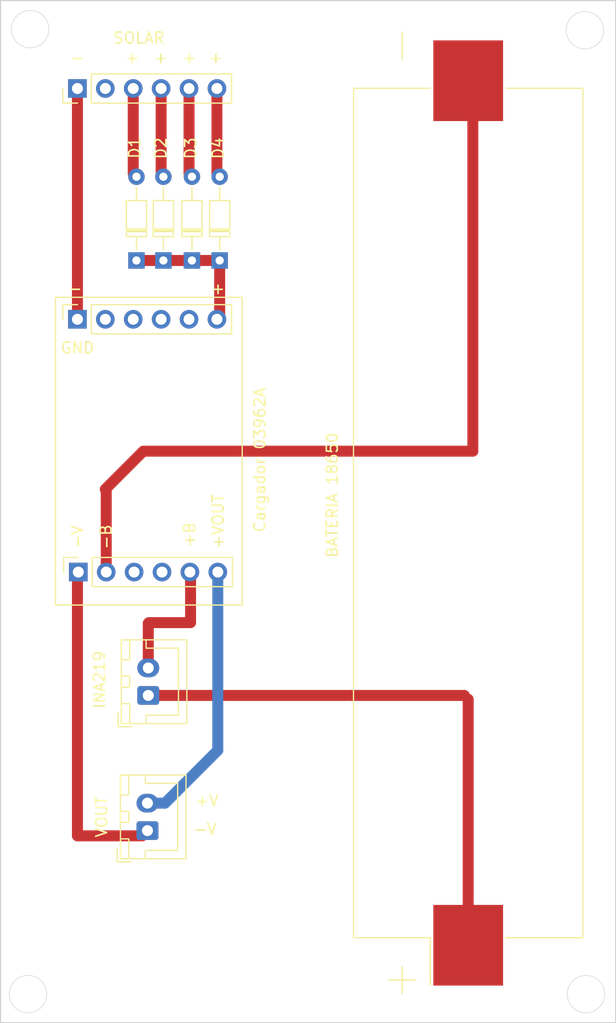
<source format=kicad_pcb>
(kicad_pcb (version 20171130) (host pcbnew "(5.1.10-1-10_14)")

  (general
    (thickness 1.6)
    (drawings 27)
    (tracks 37)
    (zones 0)
    (modules 10)
    (nets 12)
  )

  (page A4)
  (layers
    (0 F.Cu signal)
    (31 B.Cu signal)
    (32 B.Adhes user hide)
    (33 F.Adhes user hide)
    (34 B.Paste user hide)
    (35 F.Paste user hide)
    (36 B.SilkS user)
    (37 F.SilkS user)
    (38 B.Mask user hide)
    (39 F.Mask user hide)
    (40 Dwgs.User user hide)
    (41 Cmts.User user hide)
    (42 Eco1.User user hide)
    (43 Eco2.User user hide)
    (44 Edge.Cuts user)
    (45 Margin user hide)
    (46 B.CrtYd user hide)
    (47 F.CrtYd user)
    (48 B.Fab user hide)
    (49 F.Fab user hide)
  )

  (setup
    (last_trace_width 1)
    (trace_clearance 0.3)
    (zone_clearance 0.508)
    (zone_45_only no)
    (trace_min 0.2)
    (via_size 0.8)
    (via_drill 0.4)
    (via_min_size 0.4)
    (via_min_drill 0.3)
    (uvia_size 0.3)
    (uvia_drill 0.1)
    (uvias_allowed no)
    (uvia_min_size 0.2)
    (uvia_min_drill 0.1)
    (edge_width 0.05)
    (segment_width 0.2)
    (pcb_text_width 0.3)
    (pcb_text_size 1.5 1.5)
    (mod_edge_width 0.12)
    (mod_text_size 1 1)
    (mod_text_width 0.15)
    (pad_size 1.524 1.524)
    (pad_drill 0.762)
    (pad_to_mask_clearance 0)
    (aux_axis_origin 0 0)
    (grid_origin 190.025 77.575)
    (visible_elements FFFFFF7F)
    (pcbplotparams
      (layerselection 0x010fc_ffffffff)
      (usegerberextensions false)
      (usegerberattributes true)
      (usegerberadvancedattributes true)
      (creategerberjobfile true)
      (excludeedgelayer true)
      (linewidth 0.100000)
      (plotframeref false)
      (viasonmask false)
      (mode 1)
      (useauxorigin false)
      (hpglpennumber 1)
      (hpglpenspeed 20)
      (hpglpendiameter 15.000000)
      (psnegative false)
      (psa4output false)
      (plotreference true)
      (plotvalue true)
      (plotinvisibletext false)
      (padsonsilk false)
      (subtractmaskfromsilk false)
      (outputformat 1)
      (mirror false)
      (drillshape 1)
      (scaleselection 1)
      (outputdirectory ""))
  )

  (net 0 "")
  (net 1 "Net-(BT1-Pad1)")
  (net 2 "Net-(BT1-Pad2)")
  (net 3 "Net-(D1-Pad1)")
  (net 4 "Net-(D1-Pad2)")
  (net 5 "Net-(D2-Pad2)")
  (net 6 "Net-(D3-Pad2)")
  (net 7 "Net-(D4-Pad2)")
  (net 8 "Net-(J2-Pad6)")
  (net 9 "Net-(J2-Pad1)")
  (net 10 "Net-(J2-Pad5)")
  (net 11 "Net-(J0-Pad1)")

  (net_class Default "This is the default net class."
    (clearance 0.3)
    (trace_width 1)
    (via_dia 0.8)
    (via_drill 0.4)
    (uvia_dia 0.3)
    (uvia_drill 0.1)
    (add_net "Net-(BT1-Pad1)")
    (add_net "Net-(BT1-Pad2)")
    (add_net "Net-(D1-Pad1)")
    (add_net "Net-(D1-Pad2)")
    (add_net "Net-(D2-Pad2)")
    (add_net "Net-(D3-Pad2)")
    (add_net "Net-(D4-Pad2)")
    (add_net "Net-(J0-Pad1)")
    (add_net "Net-(J2-Pad1)")
    (add_net "Net-(J2-Pad5)")
    (add_net "Net-(J2-Pad6)")
  )

  (net_class PWR ""
    (clearance 0.3)
    (trace_width 0.6)
    (via_dia 0.8)
    (via_drill 0.4)
    (uvia_dia 0.3)
    (uvia_drill 0.1)
  )

  (module Diode_THT:D_DO-34_SOD68_P7.62mm_Horizontal (layer F.Cu) (tedit 5AE50CD5) (tstamp 613E3BB5)
    (at 156.4 87.225 90)
    (descr "Diode, DO-34_SOD68 series, Axial, Horizontal, pin pitch=7.62mm, , length*diameter=3.04*1.6mm^2, , https://www.nxp.com/docs/en/data-sheet/KTY83_SER.pdf")
    (tags "Diode DO-34_SOD68 series Axial Horizontal pin pitch 7.62mm  length 3.04mm diameter 1.6mm")
    (path /613759CE)
    (fp_text reference D1 (at 10.25 -0.175 90) (layer F.SilkS)
      (effects (font (size 1 1) (thickness 0.15)))
    )
    (fp_text value D (at 3.81 1.92 90) (layer F.Fab)
      (effects (font (size 1 1) (thickness 0.15)))
    )
    (fp_line (start 2.29 -0.8) (end 2.29 0.8) (layer F.Fab) (width 0.1))
    (fp_line (start 2.29 0.8) (end 5.33 0.8) (layer F.Fab) (width 0.1))
    (fp_line (start 5.33 0.8) (end 5.33 -0.8) (layer F.Fab) (width 0.1))
    (fp_line (start 5.33 -0.8) (end 2.29 -0.8) (layer F.Fab) (width 0.1))
    (fp_line (start 0 0) (end 2.29 0) (layer F.Fab) (width 0.1))
    (fp_line (start 7.62 0) (end 5.33 0) (layer F.Fab) (width 0.1))
    (fp_line (start 2.746 -0.8) (end 2.746 0.8) (layer F.Fab) (width 0.1))
    (fp_line (start 2.846 -0.8) (end 2.846 0.8) (layer F.Fab) (width 0.1))
    (fp_line (start 2.646 -0.8) (end 2.646 0.8) (layer F.Fab) (width 0.1))
    (fp_line (start 2.17 -0.92) (end 2.17 0.92) (layer F.SilkS) (width 0.12))
    (fp_line (start 2.17 0.92) (end 5.45 0.92) (layer F.SilkS) (width 0.12))
    (fp_line (start 5.45 0.92) (end 5.45 -0.92) (layer F.SilkS) (width 0.12))
    (fp_line (start 5.45 -0.92) (end 2.17 -0.92) (layer F.SilkS) (width 0.12))
    (fp_line (start 0.99 0) (end 2.17 0) (layer F.SilkS) (width 0.12))
    (fp_line (start 6.63 0) (end 5.45 0) (layer F.SilkS) (width 0.12))
    (fp_line (start 2.746 -0.92) (end 2.746 0.92) (layer F.SilkS) (width 0.12))
    (fp_line (start 2.866 -0.92) (end 2.866 0.92) (layer F.SilkS) (width 0.12))
    (fp_line (start 2.626 -0.92) (end 2.626 0.92) (layer F.SilkS) (width 0.12))
    (fp_line (start -1 -1.05) (end -1 1.05) (layer F.CrtYd) (width 0.05))
    (fp_line (start -1 1.05) (end 8.63 1.05) (layer F.CrtYd) (width 0.05))
    (fp_line (start 8.63 1.05) (end 8.63 -1.05) (layer F.CrtYd) (width 0.05))
    (fp_line (start 8.63 -1.05) (end -1 -1.05) (layer F.CrtYd) (width 0.05))
    (fp_text user K (at -1.65 0.025 90) (layer F.SilkS) hide
      (effects (font (size 1 1) (thickness 0.15)))
    )
    (fp_text user K (at 0 -1.75 90) (layer F.Fab) hide
      (effects (font (size 1 1) (thickness 0.15)))
    )
    (fp_text user %R (at 4.038 0 90) (layer F.Fab)
      (effects (font (size 0.608 0.608) (thickness 0.0912)))
    )
    (pad 2 thru_hole oval (at 7.62 0 90) (size 1.5 1.5) (drill 0.75) (layers *.Cu *.Mask)
      (net 4 "Net-(D1-Pad2)"))
    (pad 1 thru_hole rect (at 0 0 90) (size 1.5 1.5) (drill 0.75) (layers *.Cu *.Mask)
      (net 3 "Net-(D1-Pad1)"))
    (model ${KISYS3DMOD}/Diode_THT.3dshapes/D_DO-34_SOD68_P7.62mm_Horizontal.wrl
      (at (xyz 0 0 0))
      (scale (xyz 1 1 1))
      (rotate (xyz 0 0 0))
    )
  )

  (module Connector_PinHeader_2.54mm:PinHeader_1x06_P2.54mm_Vertical (layer F.Cu) (tedit 59FED5CC) (tstamp 613E30A0)
    (at 151.025 71.575 90)
    (descr "Through hole straight pin header, 1x06, 2.54mm pitch, single row")
    (tags "Through hole pin header THT 1x06 2.54mm single row")
    (path /6137D4FE)
    (fp_text reference SOLAR (at 4.6 5.6 180) (layer F.SilkS)
      (effects (font (size 1 1) (thickness 0.15)))
    )
    (fp_text value "IN Solar Power" (at -3.05 6.03 180) (layer F.Fab)
      (effects (font (size 1 1) (thickness 0.15)))
    )
    (fp_line (start 1.8 -1.8) (end -1.8 -1.8) (layer F.CrtYd) (width 0.05))
    (fp_line (start 1.8 14.5) (end 1.8 -1.8) (layer F.CrtYd) (width 0.05))
    (fp_line (start -1.8 14.5) (end 1.8 14.5) (layer F.CrtYd) (width 0.05))
    (fp_line (start -1.8 -1.8) (end -1.8 14.5) (layer F.CrtYd) (width 0.05))
    (fp_line (start -1.33 -1.33) (end 0 -1.33) (layer F.SilkS) (width 0.12))
    (fp_line (start -1.33 0) (end -1.33 -1.33) (layer F.SilkS) (width 0.12))
    (fp_line (start -1.33 1.27) (end 1.33 1.27) (layer F.SilkS) (width 0.12))
    (fp_line (start 1.33 1.27) (end 1.33 14.03) (layer F.SilkS) (width 0.12))
    (fp_line (start -1.33 1.27) (end -1.33 14.03) (layer F.SilkS) (width 0.12))
    (fp_line (start -1.33 14.03) (end 1.33 14.03) (layer F.SilkS) (width 0.12))
    (fp_line (start -1.27 -0.635) (end -0.635 -1.27) (layer F.Fab) (width 0.1))
    (fp_line (start -1.27 13.97) (end -1.27 -0.635) (layer F.Fab) (width 0.1))
    (fp_line (start 1.27 13.97) (end -1.27 13.97) (layer F.Fab) (width 0.1))
    (fp_line (start 1.27 -1.27) (end 1.27 13.97) (layer F.Fab) (width 0.1))
    (fp_line (start -0.635 -1.27) (end 1.27 -1.27) (layer F.Fab) (width 0.1))
    (fp_text user %R (at 0 6.35) (layer F.Fab)
      (effects (font (size 1 1) (thickness 0.15)))
    )
    (pad 1 thru_hole rect (at 0 0 90) (size 1.7 1.7) (drill 1) (layers *.Cu *.Mask)
      (net 11 "Net-(J0-Pad1)"))
    (pad 2 thru_hole oval (at 0 2.54 90) (size 1.7 1.7) (drill 1) (layers *.Cu *.Mask))
    (pad 3 thru_hole oval (at 0 5.08 90) (size 1.7 1.7) (drill 1) (layers *.Cu *.Mask)
      (net 4 "Net-(D1-Pad2)"))
    (pad 4 thru_hole oval (at 0 7.62 90) (size 1.7 1.7) (drill 1) (layers *.Cu *.Mask)
      (net 5 "Net-(D2-Pad2)"))
    (pad 5 thru_hole oval (at 0 10.16 90) (size 1.7 1.7) (drill 1) (layers *.Cu *.Mask)
      (net 6 "Net-(D3-Pad2)"))
    (pad 6 thru_hole oval (at 0 12.7 90) (size 1.7 1.7) (drill 1) (layers *.Cu *.Mask)
      (net 7 "Net-(D4-Pad2)"))
    (model ${KISYS3DMOD}/Connector_PinHeader_2.54mm.3dshapes/PinHeader_1x06_P2.54mm_Vertical.wrl
      (at (xyz 0 0 0))
      (scale (xyz 1 1 1))
      (rotate (xyz 0 0 0))
    )
  )

  (module Connector_PinSocket_2.54mm:PinSocket_1x06_P2.54mm_Vertical (layer F.Cu) (tedit 5A19A430) (tstamp 613E34B5)
    (at 151.025 92.575 90)
    (descr "Through hole straight socket strip, 1x06, 2.54mm pitch, single row (from Kicad 4.0.7), script generated")
    (tags "Through hole socket strip THT 1x06 2.54mm single row")
    (path /61387E67)
    (fp_text reference J1 (at 0 -2.77 90) (layer F.SilkS) hide
      (effects (font (size 1 1) (thickness 0.15)))
    )
    (fp_text value "Cargador 03962A" (at 0.025 15.975 90) (layer F.Fab) hide
      (effects (font (size 1 1) (thickness 0.15)))
    )
    (fp_line (start -1.8 14.45) (end -1.8 -1.8) (layer F.CrtYd) (width 0.05))
    (fp_line (start 1.75 14.45) (end -1.8 14.45) (layer F.CrtYd) (width 0.05))
    (fp_line (start 1.75 -1.8) (end 1.75 14.45) (layer F.CrtYd) (width 0.05))
    (fp_line (start -1.8 -1.8) (end 1.75 -1.8) (layer F.CrtYd) (width 0.05))
    (fp_line (start 0 -1.33) (end 1.33 -1.33) (layer F.SilkS) (width 0.12))
    (fp_line (start 1.33 -1.33) (end 1.33 0) (layer F.SilkS) (width 0.12))
    (fp_line (start 1.33 1.27) (end 1.33 14.03) (layer F.SilkS) (width 0.12))
    (fp_line (start -1.33 14.03) (end 1.33 14.03) (layer F.SilkS) (width 0.12))
    (fp_line (start -1.33 1.27) (end -1.33 14.03) (layer F.SilkS) (width 0.12))
    (fp_line (start -1.33 1.27) (end 1.33 1.27) (layer F.SilkS) (width 0.12))
    (fp_line (start -1.27 13.97) (end -1.27 -1.27) (layer F.Fab) (width 0.1))
    (fp_line (start 1.27 13.97) (end -1.27 13.97) (layer F.Fab) (width 0.1))
    (fp_line (start 1.27 -0.635) (end 1.27 13.97) (layer F.Fab) (width 0.1))
    (fp_line (start 0.635 -1.27) (end 1.27 -0.635) (layer F.Fab) (width 0.1))
    (fp_line (start -1.27 -1.27) (end 0.635 -1.27) (layer F.Fab) (width 0.1))
    (fp_text user %R (at 0.224999 5.474999) (layer F.Fab)
      (effects (font (size 1 1) (thickness 0.15)))
    )
    (pad 1 thru_hole rect (at 0 0 90) (size 1.7 1.7) (drill 1) (layers *.Cu *.Mask)
      (net 11 "Net-(J0-Pad1)"))
    (pad 2 thru_hole oval (at 0 2.54 90) (size 1.7 1.7) (drill 1) (layers *.Cu *.Mask))
    (pad 3 thru_hole oval (at 0 5.08 90) (size 1.7 1.7) (drill 1) (layers *.Cu *.Mask))
    (pad 4 thru_hole oval (at 0 7.62 90) (size 1.7 1.7) (drill 1) (layers *.Cu *.Mask))
    (pad 5 thru_hole oval (at 0 10.16 90) (size 1.7 1.7) (drill 1) (layers *.Cu *.Mask))
    (pad 6 thru_hole oval (at 0 12.7 90) (size 1.7 1.7) (drill 1) (layers *.Cu *.Mask)
      (net 3 "Net-(D1-Pad1)"))
    (model ${KISYS3DMOD}/Connector_PinSocket_2.54mm.3dshapes/PinSocket_1x06_P2.54mm_Vertical.wrl
      (at (xyz 0 0 0))
      (scale (xyz 1 1 1))
      (rotate (xyz 0 0 0))
    )
  )

  (module Connector_PinSocket_2.54mm:PinSocket_1x06_P2.54mm_Vertical (layer F.Cu) (tedit 5A19A430) (tstamp 613E311D)
    (at 151.105 115.575 90)
    (descr "Through hole straight socket strip, 1x06, 2.54mm pitch, single row (from Kicad 4.0.7), script generated")
    (tags "Through hole socket strip THT 1x06 2.54mm single row")
    (path /61393C13)
    (fp_text reference J2 (at 0 -2.77 90) (layer F.SilkS) hide
      (effects (font (size 1 1) (thickness 0.15)))
    )
    (fp_text value "Cargador 03962A" (at 14 6 180) (layer F.Fab)
      (effects (font (size 1 1) (thickness 0.15)))
    )
    (fp_line (start -1.27 -1.27) (end 0.635 -1.27) (layer F.Fab) (width 0.1))
    (fp_line (start 0.635 -1.27) (end 1.27 -0.635) (layer F.Fab) (width 0.1))
    (fp_line (start 1.27 -0.635) (end 1.27 13.97) (layer F.Fab) (width 0.1))
    (fp_line (start 1.27 13.97) (end -1.27 13.97) (layer F.Fab) (width 0.1))
    (fp_line (start -1.27 13.97) (end -1.27 -1.27) (layer F.Fab) (width 0.1))
    (fp_line (start -1.33 1.27) (end 1.33 1.27) (layer F.SilkS) (width 0.12))
    (fp_line (start -1.33 1.27) (end -1.33 14.03) (layer F.SilkS) (width 0.12))
    (fp_line (start -1.33 14.03) (end 1.33 14.03) (layer F.SilkS) (width 0.12))
    (fp_line (start 1.33 1.27) (end 1.33 14.03) (layer F.SilkS) (width 0.12))
    (fp_line (start 1.33 -1.33) (end 1.33 0) (layer F.SilkS) (width 0.12))
    (fp_line (start 0 -1.33) (end 1.33 -1.33) (layer F.SilkS) (width 0.12))
    (fp_line (start -1.8 -1.8) (end 1.75 -1.8) (layer F.CrtYd) (width 0.05))
    (fp_line (start 1.75 -1.8) (end 1.75 14.45) (layer F.CrtYd) (width 0.05))
    (fp_line (start 1.75 14.45) (end -1.8 14.45) (layer F.CrtYd) (width 0.05))
    (fp_line (start -1.8 14.45) (end -1.8 -1.8) (layer F.CrtYd) (width 0.05))
    (fp_text user %R (at 0 6.35 90) (layer F.Fab)
      (effects (font (size 1 1) (thickness 0.15)))
    )
    (pad 6 thru_hole oval (at 0 12.7 90) (size 1.7 1.7) (drill 1) (layers *.Cu *.Mask)
      (net 8 "Net-(J2-Pad6)"))
    (pad 5 thru_hole oval (at 0 10.16 90) (size 1.7 1.7) (drill 1) (layers *.Cu *.Mask)
      (net 10 "Net-(J2-Pad5)"))
    (pad 4 thru_hole oval (at 0 7.62 90) (size 1.7 1.7) (drill 1) (layers *.Cu *.Mask))
    (pad 3 thru_hole oval (at 0 5.08 90) (size 1.7 1.7) (drill 1) (layers *.Cu *.Mask))
    (pad 2 thru_hole oval (at 0 2.54 90) (size 1.7 1.7) (drill 1) (layers *.Cu *.Mask)
      (net 2 "Net-(BT1-Pad2)"))
    (pad 1 thru_hole rect (at 0 0 90) (size 1.7 1.7) (drill 1) (layers *.Cu *.Mask)
      (net 9 "Net-(J2-Pad1)"))
    (model ${KISYS3DMOD}/Connector_PinSocket_2.54mm.3dshapes/PinSocket_1x06_P2.54mm_Vertical.wrl
      (at (xyz 0 0 0))
      (scale (xyz 1 1 1))
      (rotate (xyz 0 0 0))
    )
  )

  (module Connector_JST:JST_XH_B2B-XH-A_1x02_P2.50mm_Vertical (layer F.Cu) (tedit 5C28146C) (tstamp 613E3146)
    (at 157.475 126.8 90)
    (descr "JST XH series connector, B2B-XH-A (http://www.jst-mfg.com/product/pdf/eng/eXH.pdf), generated with kicad-footprint-generator")
    (tags "connector JST XH vertical")
    (path /613A34F3)
    (fp_text reference INA219 (at 1.425 -4.45 90) (layer F.SilkS)
      (effects (font (size 1 1) (thickness 0.15)))
    )
    (fp_text value INA219 (at 1.225 6.1 90) (layer F.Fab)
      (effects (font (size 1 1) (thickness 0.15)))
    )
    (fp_line (start -2.45 -2.35) (end -2.45 3.4) (layer F.Fab) (width 0.1))
    (fp_line (start -2.45 3.4) (end 4.95 3.4) (layer F.Fab) (width 0.1))
    (fp_line (start 4.95 3.4) (end 4.95 -2.35) (layer F.Fab) (width 0.1))
    (fp_line (start 4.95 -2.35) (end -2.45 -2.35) (layer F.Fab) (width 0.1))
    (fp_line (start -2.56 -2.46) (end -2.56 3.51) (layer F.SilkS) (width 0.12))
    (fp_line (start -2.56 3.51) (end 5.06 3.51) (layer F.SilkS) (width 0.12))
    (fp_line (start 5.06 3.51) (end 5.06 -2.46) (layer F.SilkS) (width 0.12))
    (fp_line (start 5.06 -2.46) (end -2.56 -2.46) (layer F.SilkS) (width 0.12))
    (fp_line (start -2.95 -2.85) (end -2.95 3.9) (layer F.CrtYd) (width 0.05))
    (fp_line (start -2.95 3.9) (end 5.45 3.9) (layer F.CrtYd) (width 0.05))
    (fp_line (start 5.45 3.9) (end 5.45 -2.85) (layer F.CrtYd) (width 0.05))
    (fp_line (start 5.45 -2.85) (end -2.95 -2.85) (layer F.CrtYd) (width 0.05))
    (fp_line (start -0.625 -2.35) (end 0 -1.35) (layer F.Fab) (width 0.1))
    (fp_line (start 0 -1.35) (end 0.625 -2.35) (layer F.Fab) (width 0.1))
    (fp_line (start 0.75 -2.45) (end 0.75 -1.7) (layer F.SilkS) (width 0.12))
    (fp_line (start 0.75 -1.7) (end 1.75 -1.7) (layer F.SilkS) (width 0.12))
    (fp_line (start 1.75 -1.7) (end 1.75 -2.45) (layer F.SilkS) (width 0.12))
    (fp_line (start 1.75 -2.45) (end 0.75 -2.45) (layer F.SilkS) (width 0.12))
    (fp_line (start -2.55 -2.45) (end -2.55 -1.7) (layer F.SilkS) (width 0.12))
    (fp_line (start -2.55 -1.7) (end -0.75 -1.7) (layer F.SilkS) (width 0.12))
    (fp_line (start -0.75 -1.7) (end -0.75 -2.45) (layer F.SilkS) (width 0.12))
    (fp_line (start -0.75 -2.45) (end -2.55 -2.45) (layer F.SilkS) (width 0.12))
    (fp_line (start 3.25 -2.45) (end 3.25 -1.7) (layer F.SilkS) (width 0.12))
    (fp_line (start 3.25 -1.7) (end 5.05 -1.7) (layer F.SilkS) (width 0.12))
    (fp_line (start 5.05 -1.7) (end 5.05 -2.45) (layer F.SilkS) (width 0.12))
    (fp_line (start 5.05 -2.45) (end 3.25 -2.45) (layer F.SilkS) (width 0.12))
    (fp_line (start -2.55 -0.2) (end -1.8 -0.2) (layer F.SilkS) (width 0.12))
    (fp_line (start -1.8 -0.2) (end -1.8 2.75) (layer F.SilkS) (width 0.12))
    (fp_line (start -1.8 2.75) (end 1.25 2.75) (layer F.SilkS) (width 0.12))
    (fp_line (start 5.05 -0.2) (end 4.3 -0.2) (layer F.SilkS) (width 0.12))
    (fp_line (start 4.3 -0.2) (end 4.3 2.75) (layer F.SilkS) (width 0.12))
    (fp_line (start 4.3 2.75) (end 1.25 2.75) (layer F.SilkS) (width 0.12))
    (fp_line (start -1.6 -2.75) (end -2.85 -2.75) (layer F.SilkS) (width 0.12))
    (fp_line (start -2.85 -2.75) (end -2.85 -1.5) (layer F.SilkS) (width 0.12))
    (fp_text user %R (at 1.25 2.7) (layer F.Fab)
      (effects (font (size 1 1) (thickness 0.15)))
    )
    (pad 2 thru_hole oval (at 2.5 0 90) (size 1.7 2) (drill 1) (layers *.Cu *.Mask)
      (net 10 "Net-(J2-Pad5)"))
    (pad 1 thru_hole roundrect (at 0 0 90) (size 1.7 2) (drill 1) (layers *.Cu *.Mask) (roundrect_rratio 0.147059)
      (net 1 "Net-(BT1-Pad1)"))
    (model ${KISYS3DMOD}/Connector_JST.3dshapes/JST_XH_B2B-XH-A_1x02_P2.50mm_Vertical.wrl
      (at (xyz 0 0 0))
      (scale (xyz 1 1 1))
      (rotate (xyz 0 0 0))
    )
  )

  (module Diode_THT:D_DO-34_SOD68_P7.62mm_Horizontal (layer F.Cu) (tedit 5AE50CD5) (tstamp 613DEB33)
    (at 158.85 87.225 90)
    (descr "Diode, DO-34_SOD68 series, Axial, Horizontal, pin pitch=7.62mm, , length*diameter=3.04*1.6mm^2, , https://www.nxp.com/docs/en/data-sheet/KTY83_SER.pdf")
    (tags "Diode DO-34_SOD68 series Axial Horizontal pin pitch 7.62mm  length 3.04mm diameter 1.6mm")
    (path /61376E9E)
    (fp_text reference D2 (at 10.21 -0.225 90) (layer F.SilkS)
      (effects (font (size 1 1) (thickness 0.15)))
    )
    (fp_text value D (at 3.81 1.92 90) (layer F.Fab)
      (effects (font (size 1 1) (thickness 0.15)))
    )
    (fp_line (start 8.63 -1.05) (end -1 -1.05) (layer F.CrtYd) (width 0.05))
    (fp_line (start 8.63 1.05) (end 8.63 -1.05) (layer F.CrtYd) (width 0.05))
    (fp_line (start -1 1.05) (end 8.63 1.05) (layer F.CrtYd) (width 0.05))
    (fp_line (start -1 -1.05) (end -1 1.05) (layer F.CrtYd) (width 0.05))
    (fp_line (start 2.626 -0.92) (end 2.626 0.92) (layer F.SilkS) (width 0.12))
    (fp_line (start 2.866 -0.92) (end 2.866 0.92) (layer F.SilkS) (width 0.12))
    (fp_line (start 2.746 -0.92) (end 2.746 0.92) (layer F.SilkS) (width 0.12))
    (fp_line (start 6.63 0) (end 5.45 0) (layer F.SilkS) (width 0.12))
    (fp_line (start 0.99 0) (end 2.17 0) (layer F.SilkS) (width 0.12))
    (fp_line (start 5.45 -0.92) (end 2.17 -0.92) (layer F.SilkS) (width 0.12))
    (fp_line (start 5.45 0.92) (end 5.45 -0.92) (layer F.SilkS) (width 0.12))
    (fp_line (start 2.17 0.92) (end 5.45 0.92) (layer F.SilkS) (width 0.12))
    (fp_line (start 2.17 -0.92) (end 2.17 0.92) (layer F.SilkS) (width 0.12))
    (fp_line (start 2.646 -0.8) (end 2.646 0.8) (layer F.Fab) (width 0.1))
    (fp_line (start 2.846 -0.8) (end 2.846 0.8) (layer F.Fab) (width 0.1))
    (fp_line (start 2.746 -0.8) (end 2.746 0.8) (layer F.Fab) (width 0.1))
    (fp_line (start 7.62 0) (end 5.33 0) (layer F.Fab) (width 0.1))
    (fp_line (start 0 0) (end 2.29 0) (layer F.Fab) (width 0.1))
    (fp_line (start 5.33 -0.8) (end 2.29 -0.8) (layer F.Fab) (width 0.1))
    (fp_line (start 5.33 0.8) (end 5.33 -0.8) (layer F.Fab) (width 0.1))
    (fp_line (start 2.29 0.8) (end 5.33 0.8) (layer F.Fab) (width 0.1))
    (fp_line (start 2.29 -0.8) (end 2.29 0.8) (layer F.Fab) (width 0.1))
    (fp_text user %R (at 4.038 0 90) (layer F.Fab)
      (effects (font (size 0.608 0.608) (thickness 0.0912)))
    )
    (fp_text user K (at -1.65 0.075 90) (layer F.Fab) hide
      (effects (font (size 1 1) (thickness 0.15)))
    )
    (fp_text user K (at -2.55 0.075 90) (layer F.SilkS) hide
      (effects (font (size 1 1) (thickness 0.15)))
    )
    (pad 1 thru_hole rect (at 0 0 90) (size 1.5 1.5) (drill 0.75) (layers *.Cu *.Mask)
      (net 3 "Net-(D1-Pad1)"))
    (pad 2 thru_hole oval (at 7.62 0 90) (size 1.5 1.5) (drill 0.75) (layers *.Cu *.Mask)
      (net 5 "Net-(D2-Pad2)"))
    (model ${KISYS3DMOD}/Diode_THT.3dshapes/D_DO-34_SOD68_P7.62mm_Horizontal.wrl
      (at (xyz 0 0 0))
      (scale (xyz 1 1 1))
      (rotate (xyz 0 0 0))
    )
  )

  (module Diode_THT:D_DO-34_SOD68_P7.62mm_Horizontal (layer F.Cu) (tedit 5AE50CD5) (tstamp 613DEB51)
    (at 161.45 87.225 90)
    (descr "Diode, DO-34_SOD68 series, Axial, Horizontal, pin pitch=7.62mm, , length*diameter=3.04*1.6mm^2, , https://www.nxp.com/docs/en/data-sheet/KTY83_SER.pdf")
    (tags "Diode DO-34_SOD68 series Axial Horizontal pin pitch 7.62mm  length 3.04mm diameter 1.6mm")
    (path /613780AD)
    (fp_text reference D3 (at 10.21 -0.125 90) (layer F.SilkS)
      (effects (font (size 1 1) (thickness 0.15)))
    )
    (fp_text value D (at 3.81 1.92 90) (layer F.Fab)
      (effects (font (size 1 1) (thickness 0.15)))
    )
    (fp_line (start 2.29 -0.8) (end 2.29 0.8) (layer F.Fab) (width 0.1))
    (fp_line (start 2.29 0.8) (end 5.33 0.8) (layer F.Fab) (width 0.1))
    (fp_line (start 5.33 0.8) (end 5.33 -0.8) (layer F.Fab) (width 0.1))
    (fp_line (start 5.33 -0.8) (end 2.29 -0.8) (layer F.Fab) (width 0.1))
    (fp_line (start 0 0) (end 2.29 0) (layer F.Fab) (width 0.1))
    (fp_line (start 7.62 0) (end 5.33 0) (layer F.Fab) (width 0.1))
    (fp_line (start 2.746 -0.8) (end 2.746 0.8) (layer F.Fab) (width 0.1))
    (fp_line (start 2.846 -0.8) (end 2.846 0.8) (layer F.Fab) (width 0.1))
    (fp_line (start 2.646 -0.8) (end 2.646 0.8) (layer F.Fab) (width 0.1))
    (fp_line (start 2.17 -0.92) (end 2.17 0.92) (layer F.SilkS) (width 0.12))
    (fp_line (start 2.17 0.92) (end 5.45 0.92) (layer F.SilkS) (width 0.12))
    (fp_line (start 5.45 0.92) (end 5.45 -0.92) (layer F.SilkS) (width 0.12))
    (fp_line (start 5.45 -0.92) (end 2.17 -0.92) (layer F.SilkS) (width 0.12))
    (fp_line (start 0.99 0) (end 2.17 0) (layer F.SilkS) (width 0.12))
    (fp_line (start 6.63 0) (end 5.45 0) (layer F.SilkS) (width 0.12))
    (fp_line (start 2.746 -0.92) (end 2.746 0.92) (layer F.SilkS) (width 0.12))
    (fp_line (start 2.866 -0.92) (end 2.866 0.92) (layer F.SilkS) (width 0.12))
    (fp_line (start 2.626 -0.92) (end 2.626 0.92) (layer F.SilkS) (width 0.12))
    (fp_line (start -1 -1.05) (end -1 1.05) (layer F.CrtYd) (width 0.05))
    (fp_line (start -1 1.05) (end 8.63 1.05) (layer F.CrtYd) (width 0.05))
    (fp_line (start 8.63 1.05) (end 8.63 -1.05) (layer F.CrtYd) (width 0.05))
    (fp_line (start 8.63 -1.05) (end -1 -1.05) (layer F.CrtYd) (width 0.05))
    (fp_text user K (at -1.55 0.075 90) (layer F.SilkS) hide
      (effects (font (size 1 1) (thickness 0.15)))
    )
    (fp_text user K (at 0 -1.75 90) (layer F.Fab)
      (effects (font (size 1 1) (thickness 0.15)))
    )
    (fp_text user %R (at 4.038 0 90) (layer F.Fab)
      (effects (font (size 0.608 0.608) (thickness 0.0912)))
    )
    (pad 2 thru_hole oval (at 7.62 0 90) (size 1.5 1.5) (drill 0.75) (layers *.Cu *.Mask)
      (net 6 "Net-(D3-Pad2)"))
    (pad 1 thru_hole rect (at 0 0 90) (size 1.5 1.5) (drill 0.75) (layers *.Cu *.Mask)
      (net 3 "Net-(D1-Pad1)"))
    (model ${KISYS3DMOD}/Diode_THT.3dshapes/D_DO-34_SOD68_P7.62mm_Horizontal.wrl
      (at (xyz 0 0 0))
      (scale (xyz 1 1 1))
      (rotate (xyz 0 0 0))
    )
  )

  (module Diode_THT:D_DO-34_SOD68_P7.62mm_Horizontal (layer F.Cu) (tedit 5AE50CD5) (tstamp 613DEB6F)
    (at 163.975 87.225 90)
    (descr "Diode, DO-34_SOD68 series, Axial, Horizontal, pin pitch=7.62mm, , length*diameter=3.04*1.6mm^2, , https://www.nxp.com/docs/en/data-sheet/KTY83_SER.pdf")
    (tags "Diode DO-34_SOD68 series Axial Horizontal pin pitch 7.62mm  length 3.04mm diameter 1.6mm")
    (path /61378E75)
    (fp_text reference D4 (at 10.21 -0.15 90) (layer F.SilkS)
      (effects (font (size 1 1) (thickness 0.15)))
    )
    (fp_text value D (at 3.81 1.92 90) (layer F.Fab)
      (effects (font (size 1 1) (thickness 0.15)))
    )
    (fp_line (start 8.63 -1.05) (end -1 -1.05) (layer F.CrtYd) (width 0.05))
    (fp_line (start 8.63 1.05) (end 8.63 -1.05) (layer F.CrtYd) (width 0.05))
    (fp_line (start -1 1.05) (end 8.63 1.05) (layer F.CrtYd) (width 0.05))
    (fp_line (start -1 -1.05) (end -1 1.05) (layer F.CrtYd) (width 0.05))
    (fp_line (start 2.626 -0.92) (end 2.626 0.92) (layer F.SilkS) (width 0.12))
    (fp_line (start 2.866 -0.92) (end 2.866 0.92) (layer F.SilkS) (width 0.12))
    (fp_line (start 2.746 -0.92) (end 2.746 0.92) (layer F.SilkS) (width 0.12))
    (fp_line (start 6.63 0) (end 5.45 0) (layer F.SilkS) (width 0.12))
    (fp_line (start 0.99 0) (end 2.17 0) (layer F.SilkS) (width 0.12))
    (fp_line (start 5.45 -0.92) (end 2.17 -0.92) (layer F.SilkS) (width 0.12))
    (fp_line (start 5.45 0.92) (end 5.45 -0.92) (layer F.SilkS) (width 0.12))
    (fp_line (start 2.17 0.92) (end 5.45 0.92) (layer F.SilkS) (width 0.12))
    (fp_line (start 2.17 -0.92) (end 2.17 0.92) (layer F.SilkS) (width 0.12))
    (fp_line (start 2.646 -0.8) (end 2.646 0.8) (layer F.Fab) (width 0.1))
    (fp_line (start 2.846 -0.8) (end 2.846 0.8) (layer F.Fab) (width 0.1))
    (fp_line (start 2.746 -0.8) (end 2.746 0.8) (layer F.Fab) (width 0.1))
    (fp_line (start 7.62 0) (end 5.33 0) (layer F.Fab) (width 0.1))
    (fp_line (start 0 0) (end 2.29 0) (layer F.Fab) (width 0.1))
    (fp_line (start 5.33 -0.8) (end 2.29 -0.8) (layer F.Fab) (width 0.1))
    (fp_line (start 5.33 0.8) (end 5.33 -0.8) (layer F.Fab) (width 0.1))
    (fp_line (start 2.29 0.8) (end 5.33 0.8) (layer F.Fab) (width 0.1))
    (fp_line (start 2.29 -0.8) (end 2.29 0.8) (layer F.Fab) (width 0.1))
    (fp_text user %R (at 4.038 0 90) (layer F.Fab)
      (effects (font (size 0.608 0.608) (thickness 0.0912)))
    )
    (fp_text user K (at -1.65 1.25 90) (layer F.Fab) hide
      (effects (font (size 1 1) (thickness 0.15)))
    )
    (fp_text user K (at -1.65 -0.95 90) (layer F.SilkS) hide
      (effects (font (size 1 1) (thickness 0.15)))
    )
    (pad 1 thru_hole rect (at 0 0 90) (size 1.5 1.5) (drill 0.75) (layers *.Cu *.Mask)
      (net 3 "Net-(D1-Pad1)"))
    (pad 2 thru_hole oval (at 7.62 0 90) (size 1.5 1.5) (drill 0.75) (layers *.Cu *.Mask)
      (net 7 "Net-(D4-Pad2)"))
    (model ${KISYS3DMOD}/Diode_THT.3dshapes/D_DO-34_SOD68_P7.62mm_Horizontal.wrl
      (at (xyz 0 0 0))
      (scale (xyz 1 1 1))
      (rotate (xyz 0 0 0))
    )
  )

  (module Battery:BatteryHolder_Keystone_1042_1x18650 (layer F.Cu) (tedit 5A033499) (tstamp 613E7266)
    (at 186.6 110.2 90)
    (descr "Battery holder for 18650 cylindrical cells http://www.keyelco.com/product.cfm/product_id/918")
    (tags "18650 Keystone 1042 Li-ion")
    (path /61397853)
    (attr smd)
    (fp_text reference "BATERIA 18650" (at 1.625 -12.375 90) (layer F.SilkS)
      (effects (font (size 1 1) (thickness 0.15)))
    )
    (fp_text value Battery (at 0.15 2.2 90) (layer F.Fab)
      (effects (font (size 1 1) (thickness 0.15)))
    )
    (fp_line (start -42.5 -4.75) (end -42.5 -7.25) (layer F.SilkS) (width 0.12))
    (fp_line (start -43.75 -6) (end -41.25 -6) (layer F.SilkS) (width 0.12))
    (fp_line (start -39.03 3.68) (end -43.5 3.68) (layer F.CrtYd) (width 0.05))
    (fp_line (start -43.5 3.68) (end -43.5 -3.68) (layer F.CrtYd) (width 0.05))
    (fp_line (start -43.5 -3.68) (end -39.03 -3.68) (layer F.CrtYd) (width 0.05))
    (fp_line (start 43.5 -3.68) (end 39.03 -3.68) (layer F.CrtYd) (width 0.05))
    (fp_line (start 39.03 3.68) (end 43.5 3.68) (layer F.CrtYd) (width 0.05))
    (fp_line (start -39.03 -10.83) (end -39.03 -3.68) (layer F.CrtYd) (width 0.05))
    (fp_line (start -39.03 10.83) (end -39.03 3.68) (layer F.CrtYd) (width 0.05))
    (fp_line (start 39.03 -10.83) (end 39.03 -3.68) (layer F.CrtYd) (width 0.05))
    (fp_line (start -39.03 -10.83) (end 39.03 -10.83) (layer F.CrtYd) (width 0.05))
    (fp_line (start -39.03 10.83) (end 39.03 10.83) (layer F.CrtYd) (width 0.05))
    (fp_line (start 38.53 -10.33) (end 38.53 10.33) (layer F.Fab) (width 0.1))
    (fp_line (start -33.3675 -10.33) (end 38.53 -10.33) (layer F.Fab) (width 0.1))
    (fp_line (start 43.75 -6) (end 41.25 -6) (layer F.SilkS) (width 0.12))
    (fp_line (start -38.53 -5.1675) (end -38.53 10.33) (layer F.Fab) (width 0.1))
    (fp_line (start -38.53 10.33) (end 38.53 10.33) (layer F.Fab) (width 0.1))
    (fp_line (start 38.64 -3.44) (end 38.64 -10.42) (layer F.SilkS) (width 0.12))
    (fp_line (start 38.64 -10.44) (end -38.64 -10.44) (layer F.SilkS) (width 0.12))
    (fp_line (start -38.64 -10.44) (end -38.64 -3.44) (layer F.SilkS) (width 0.12))
    (fp_line (start 38.64 3.44) (end 38.64 10.44) (layer F.SilkS) (width 0.12))
    (fp_line (start 38.64 10.44) (end -38.64 10.44) (layer F.SilkS) (width 0.12))
    (fp_line (start -38.64 10.44) (end -38.64 3.44) (layer F.SilkS) (width 0.12))
    (fp_line (start 39.03 10.83) (end 39.03 3.68) (layer F.CrtYd) (width 0.05))
    (fp_line (start 43.5 3.68) (end 43.5 -3.68) (layer F.CrtYd) (width 0.05))
    (fp_line (start -38.64 -3.44) (end -43 -3.44) (layer F.SilkS) (width 0.12))
    (fp_line (start -33.3675 -10.33) (end -38.53 -5.1675) (layer F.Fab) (width 0.1))
    (fp_text user %R (at 0 0 90) (layer F.Fab)
      (effects (font (size 1 1) (thickness 0.15)))
    )
    (pad 1 smd rect (at -39.33 0 90) (size 7.34 6.35) (layers F.Cu F.Paste F.Mask)
      (net 1 "Net-(BT1-Pad1)"))
    (pad 2 smd rect (at 39.33 0 90) (size 7.34 6.35) (layers F.Cu F.Paste F.Mask)
      (net 2 "Net-(BT1-Pad2)"))
    (pad "" np_thru_hole circle (at 27.6 -8 90) (size 3.45 3.45) (drill 3.45) (layers *.Cu *.Mask))
    (pad "" np_thru_hole circle (at -27.6 8 90) (size 3.45 3.45) (drill 3.45) (layers *.Cu *.Mask))
    (pad "" np_thru_hole circle (at -35.93 -8 90) (size 2.39 2.39) (drill 2.39) (layers *.Cu *.Mask))
    (model ${KISYS3DMOD}/Battery.3dshapes/BatteryHolder_Keystone_1042_1x18650.wrl
      (at (xyz 0 0 0))
      (scale (xyz 1 1 1))
      (rotate (xyz 0 0 0))
    )
  )

  (module Connector_JST:JST_XH_B2B-XH-A_1x02_P2.50mm_Vertical (layer F.Cu) (tedit 5C28146C) (tstamp 613E4756)
    (at 157.4 139.1 90)
    (descr "JST XH series connector, B2B-XH-A (http://www.jst-mfg.com/product/pdf/eng/eXH.pdf), generated with kicad-footprint-generator")
    (tags "connector JST XH vertical")
    (path /613E3792)
    (fp_text reference VOUT (at 1.25 -4.175 90) (layer F.SilkS)
      (effects (font (size 1 1) (thickness 0.15)))
    )
    (fp_text value V-OUT (at 1.25 4.6 90) (layer F.Fab)
      (effects (font (size 1 1) (thickness 0.15)))
    )
    (fp_line (start -2.85 -2.75) (end -2.85 -1.5) (layer F.SilkS) (width 0.12))
    (fp_line (start -1.6 -2.75) (end -2.85 -2.75) (layer F.SilkS) (width 0.12))
    (fp_line (start 4.3 2.75) (end 1.25 2.75) (layer F.SilkS) (width 0.12))
    (fp_line (start 4.3 -0.2) (end 4.3 2.75) (layer F.SilkS) (width 0.12))
    (fp_line (start 5.05 -0.2) (end 4.3 -0.2) (layer F.SilkS) (width 0.12))
    (fp_line (start -1.8 2.75) (end 1.25 2.75) (layer F.SilkS) (width 0.12))
    (fp_line (start -1.8 -0.2) (end -1.8 2.75) (layer F.SilkS) (width 0.12))
    (fp_line (start -2.55 -0.2) (end -1.8 -0.2) (layer F.SilkS) (width 0.12))
    (fp_line (start 5.05 -2.45) (end 3.25 -2.45) (layer F.SilkS) (width 0.12))
    (fp_line (start 5.05 -1.7) (end 5.05 -2.45) (layer F.SilkS) (width 0.12))
    (fp_line (start 3.25 -1.7) (end 5.05 -1.7) (layer F.SilkS) (width 0.12))
    (fp_line (start 3.25 -2.45) (end 3.25 -1.7) (layer F.SilkS) (width 0.12))
    (fp_line (start -0.75 -2.45) (end -2.55 -2.45) (layer F.SilkS) (width 0.12))
    (fp_line (start -0.75 -1.7) (end -0.75 -2.45) (layer F.SilkS) (width 0.12))
    (fp_line (start -2.55 -1.7) (end -0.75 -1.7) (layer F.SilkS) (width 0.12))
    (fp_line (start -2.55 -2.45) (end -2.55 -1.7) (layer F.SilkS) (width 0.12))
    (fp_line (start 1.75 -2.45) (end 0.75 -2.45) (layer F.SilkS) (width 0.12))
    (fp_line (start 1.75 -1.7) (end 1.75 -2.45) (layer F.SilkS) (width 0.12))
    (fp_line (start 0.75 -1.7) (end 1.75 -1.7) (layer F.SilkS) (width 0.12))
    (fp_line (start 0.75 -2.45) (end 0.75 -1.7) (layer F.SilkS) (width 0.12))
    (fp_line (start 0 -1.35) (end 0.625 -2.35) (layer F.Fab) (width 0.1))
    (fp_line (start -0.625 -2.35) (end 0 -1.35) (layer F.Fab) (width 0.1))
    (fp_line (start 5.45 -2.85) (end -2.95 -2.85) (layer F.CrtYd) (width 0.05))
    (fp_line (start 5.45 3.9) (end 5.45 -2.85) (layer F.CrtYd) (width 0.05))
    (fp_line (start -2.95 3.9) (end 5.45 3.9) (layer F.CrtYd) (width 0.05))
    (fp_line (start -2.95 -2.85) (end -2.95 3.9) (layer F.CrtYd) (width 0.05))
    (fp_line (start 5.06 -2.46) (end -2.56 -2.46) (layer F.SilkS) (width 0.12))
    (fp_line (start 5.06 3.51) (end 5.06 -2.46) (layer F.SilkS) (width 0.12))
    (fp_line (start -2.56 3.51) (end 5.06 3.51) (layer F.SilkS) (width 0.12))
    (fp_line (start -2.56 -2.46) (end -2.56 3.51) (layer F.SilkS) (width 0.12))
    (fp_line (start 4.95 -2.35) (end -2.45 -2.35) (layer F.Fab) (width 0.1))
    (fp_line (start 4.95 3.4) (end 4.95 -2.35) (layer F.Fab) (width 0.1))
    (fp_line (start -2.45 3.4) (end 4.95 3.4) (layer F.Fab) (width 0.1))
    (fp_line (start -2.45 -2.35) (end -2.45 3.4) (layer F.Fab) (width 0.1))
    (fp_text user %R (at 1.25 2.7 90) (layer F.Fab)
      (effects (font (size 1 1) (thickness 0.15)))
    )
    (pad 1 thru_hole roundrect (at 0 0 90) (size 1.7 2) (drill 1) (layers *.Cu *.Mask) (roundrect_rratio 0.147059)
      (net 9 "Net-(J2-Pad1)"))
    (pad 2 thru_hole oval (at 2.5 0 90) (size 1.7 2) (drill 1) (layers *.Cu *.Mask)
      (net 8 "Net-(J2-Pad6)"))
    (model ${KISYS3DMOD}/Connector_JST.3dshapes/JST_XH_B2B-XH-A_1x02_P2.50mm_Vertical.wrl
      (at (xyz 0 0 0))
      (scale (xyz 1 1 1))
      (rotate (xyz 0 0 0))
    )
  )

  (gr_text +V (at 162.825 136.375) (layer F.SilkS)
    (effects (font (size 1 1) (thickness 0.15)))
  )
  (gr_text -V (at 162.625 138.975) (layer F.SilkS)
    (effects (font (size 1 1) (thickness 0.15)))
  )
  (gr_text + (at 163.625 68.775) (layer F.SilkS)
    (effects (font (size 1 1) (thickness 0.15)))
  )
  (gr_text + (at 161.225 68.775) (layer F.SilkS)
    (effects (font (size 1 1) (thickness 0.15)))
  )
  (gr_text + (at 158.625 68.775) (layer F.SilkS)
    (effects (font (size 1 1) (thickness 0.15)))
  )
  (gr_text + (at 156.025 68.775) (layer F.SilkS)
    (effects (font (size 1 1) (thickness 0.15)))
  )
  (gr_text - (at 151.025 68.775) (layer F.SilkS)
    (effects (font (size 1 1) (thickness 0.15)))
  )
  (gr_text - (at 150.825 89.775) (layer F.SilkS)
    (effects (font (size 1 1) (thickness 0.15)))
  )
  (gr_text + (at 163.825 89.775) (layer F.SilkS)
    (effects (font (size 1 1) (thickness 0.15)))
  )
  (gr_text GND (at 151.025 95.175) (layer F.SilkS)
    (effects (font (size 1 1) (thickness 0.15)))
  )
  (gr_text +VOUT (at 163.825 110.975 90) (layer F.SilkS)
    (effects (font (size 1 1) (thickness 0.15)))
  )
  (gr_text +B (at 161.225 112.175 90) (layer F.SilkS)
    (effects (font (size 1 1) (thickness 0.15)))
  )
  (gr_text -B (at 153.625 112.375 90) (layer F.SilkS)
    (effects (font (size 1 1) (thickness 0.15)))
  )
  (gr_text -V (at 151.025 112.375 90) (layer F.SilkS)
    (effects (font (size 1 1) (thickness 0.15)))
  )
  (gr_text "Cargador 03962A" (at 167.625 105.375 90) (layer F.SilkS)
    (effects (font (size 1 1) (thickness 0.15)))
  )
  (gr_line (start 149.025 118.575) (end 149.025 90.575) (layer F.SilkS) (width 0.12) (tstamp 613E93D3))
  (gr_line (start 166.025 118.575) (end 149.025 118.575) (layer F.SilkS) (width 0.12))
  (gr_line (start 166.025 90.575) (end 166.025 118.575) (layer F.SilkS) (width 0.12))
  (gr_line (start 149.025 90.575) (end 166.025 90.575) (layer F.SilkS) (width 0.12))
  (gr_circle (center 146.525 153.975) (end 148.225 153.875) (layer Edge.Cuts) (width 0.05) (tstamp 613E9294))
  (gr_circle (center 197.325 153.975) (end 199.025 153.875) (layer Edge.Cuts) (width 0.05) (tstamp 613E9294))
  (gr_circle (center 197.225 66.275) (end 198.925 66.175) (layer Edge.Cuts) (width 0.05) (tstamp 613E9294))
  (gr_circle (center 146.725 66.175) (end 148.425 66.075) (layer Edge.Cuts) (width 0.05))
  (gr_line (start 200.025 63.575) (end 200.025 156.575) (layer Edge.Cuts) (width 0.1))
  (gr_line (start 144.025 63.575) (end 200.025 63.575) (layer Edge.Cuts) (width 0.1))
  (gr_line (start 144.025 156.575) (end 144.025 63.575) (layer Edge.Cuts) (width 0.1))
  (gr_line (start 200.025 156.575) (end 144.025 156.575) (layer Edge.Cuts) (width 0.1))

  (segment (start 157.475 126.8) (end 186.25 126.8) (width 1) (layer F.Cu) (net 1))
  (segment (start 186.6 127.15) (end 186.6 149.53) (width 1) (layer F.Cu) (net 1))
  (segment (start 186.25 126.8) (end 186.6 127.15) (width 0.6) (layer F.Cu) (net 1))
  (segment (start 187.025 104.575) (end 187.025 71.295) (width 1) (layer F.Cu) (net 2))
  (segment (start 187.025 71.295) (end 186.6 70.87) (width 0.6) (layer F.Cu) (net 2))
  (segment (start 157.025 104.575) (end 187.025 104.575) (width 1) (layer F.Cu) (net 2))
  (segment (start 153.565 108.035) (end 157.025 104.575) (width 1) (layer F.Cu) (net 2))
  (segment (start 153.565 115.895) (end 153.645 115.975) (width 0.6) (layer F.Cu) (net 2))
  (segment (start 153.645 108.115) (end 153.565 108.035) (width 1) (layer F.Cu) (net 2))
  (segment (start 153.645 115.575) (end 153.645 108.115) (width 1) (layer F.Cu) (net 2))
  (segment (start 156.4 87.225) (end 163.975 87.225) (width 1) (layer F.Cu) (net 3))
  (segment (start 163.975 92.325) (end 163.725 92.575) (width 0.4) (layer F.Cu) (net 3))
  (segment (start 163.975 87.225) (end 163.975 92.325) (width 1) (layer F.Cu) (net 3))
  (segment (start 156.105 79.31) (end 156.4 79.605) (width 0.4) (layer F.Cu) (net 4))
  (segment (start 156.105 71.575) (end 156.105 79.31) (width 1) (layer F.Cu) (net 4))
  (segment (start 158.645 79.4) (end 158.85 79.605) (width 0.4) (layer F.Cu) (net 5))
  (segment (start 158.645 71.575) (end 158.645 79.4) (width 1) (layer F.Cu) (net 5))
  (segment (start 161.185 79.34) (end 161.45 79.605) (width 0.4) (layer F.Cu) (net 6))
  (segment (start 161.185 71.575) (end 161.185 79.34) (width 1) (layer F.Cu) (net 6))
  (segment (start 163.725 79.355) (end 163.975 79.605) (width 0.4) (layer F.Cu) (net 7))
  (segment (start 163.725 71.575) (end 163.725 79.355) (width 1) (layer F.Cu) (net 7))
  (segment (start 163.725 116.055) (end 163.805 115.975) (width 0.6) (layer B.Cu) (net 8))
  (segment (start 159 136.6) (end 157.4 136.6) (width 1) (layer B.Cu) (net 8))
  (segment (start 163.805 131.795) (end 159 136.6) (width 1) (layer B.Cu) (net 8))
  (segment (start 163.805 115.575) (end 163.805 131.795) (width 1) (layer B.Cu) (net 8))
  (segment (start 156.925 139.575) (end 157.4 139.1) (width 0.6) (layer F.Cu) (net 9))
  (segment (start 151.025 139.575) (end 156.925 139.575) (width 1) (layer F.Cu) (net 9))
  (segment (start 151.025 116.055) (end 151.105 115.975) (width 0.6) (layer F.Cu) (net 9))
  (segment (start 151.025 115.655) (end 151.105 115.575) (width 0.6) (layer F.Cu) (net 9))
  (segment (start 151.025 139.575) (end 151.025 115.655) (width 1) (layer F.Cu) (net 9))
  (segment (start 157.475 124.3) (end 157.475 120.225) (width 1) (layer F.Cu) (net 10))
  (segment (start 157.475 120.225) (end 157.525 120.175) (width 0.6) (layer F.Cu) (net 10))
  (segment (start 157.525 120.175) (end 161.325 120.175) (width 1) (layer F.Cu) (net 10))
  (segment (start 161.325 116.035) (end 161.265 115.975) (width 0.6) (layer F.Cu) (net 10))
  (segment (start 161.325 115.635) (end 161.265 115.575) (width 1) (layer F.Cu) (net 10))
  (segment (start 161.325 120.175) (end 161.325 115.635) (width 1) (layer F.Cu) (net 10))
  (segment (start 151.025 71.575) (end 151.025 92.575) (width 1) (layer F.Cu) (net 11))

)

</source>
